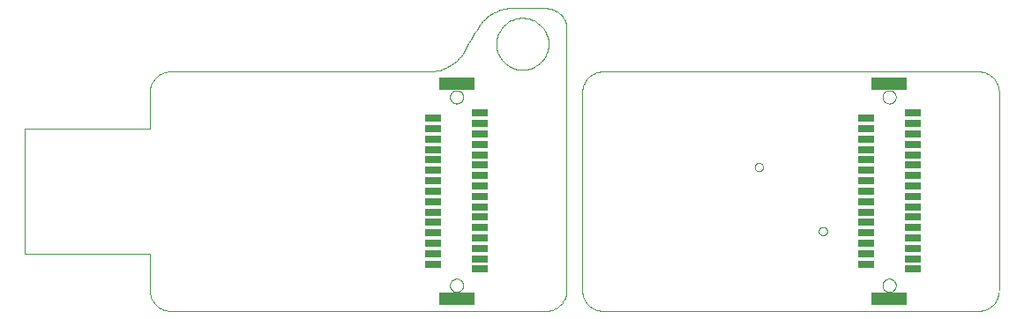
<source format=gbp>
G75*
%MOIN*%
%OFA0B0*%
%FSLAX25Y25*%
%IPPOS*%
%LPD*%
%AMOC8*
5,1,8,0,0,1.08239X$1,22.5*
%
%ADD10C,0.00394*%
%ADD11R,0.05906X0.02756*%
%ADD12R,0.13386X0.05118*%
%ADD13C,0.00000*%
D10*
X0059760Y0017852D02*
X0059360Y0018793D01*
X0059205Y0019287D01*
X0059100Y0019798D01*
X0058994Y0020310D01*
X0058939Y0020839D01*
X0058939Y0035160D01*
X0011695Y0035160D01*
X0011695Y0082404D01*
X0058939Y0082404D01*
X0058939Y0096725D01*
X0058994Y0097254D01*
X0059100Y0097765D01*
X0059205Y0098276D01*
X0059360Y0098770D01*
X0059760Y0099711D01*
X0060005Y0100159D01*
X0060288Y0100578D01*
X0060572Y0100997D01*
X0060895Y0101387D01*
X0061252Y0101744D01*
X0061609Y0102101D01*
X0061999Y0102424D01*
X0062418Y0102708D01*
X0062838Y0102991D01*
X0063285Y0103236D01*
X0064226Y0103636D01*
X0064720Y0103791D01*
X0065231Y0103897D01*
X0065743Y0104002D01*
X0066272Y0104057D01*
X0165750Y0104057D01*
X0166308Y0104105D01*
X0167439Y0104286D01*
X0168012Y0104419D01*
X0168585Y0104591D01*
X0169158Y0104762D01*
X0169731Y0104972D01*
X0170860Y0105460D01*
X0171416Y0105737D01*
X0171956Y0106043D01*
X0172495Y0106350D01*
X0173018Y0106685D01*
X0173517Y0107045D01*
X0174016Y0107405D01*
X0174489Y0107789D01*
X0175372Y0108597D01*
X0175780Y0109021D01*
X0176515Y0109899D01*
X0176841Y0110354D01*
X0177119Y0110818D01*
X0177895Y0112119D01*
X0178672Y0113420D01*
X0179448Y0114721D01*
X0180225Y0116022D01*
X0181002Y0117323D01*
X0181778Y0118624D01*
X0182555Y0119926D01*
X0183331Y0121227D01*
X0183609Y0121691D01*
X0183935Y0122146D01*
X0184303Y0122585D01*
X0184670Y0123024D01*
X0185078Y0123448D01*
X0185520Y0123852D01*
X0185961Y0124256D01*
X0186435Y0124640D01*
X0186933Y0125000D01*
X0187432Y0125360D01*
X0187955Y0125695D01*
X0188494Y0126002D01*
X0189034Y0126308D01*
X0189590Y0126585D01*
X0190719Y0127073D01*
X0191292Y0127283D01*
X0191865Y0127454D01*
X0192438Y0127626D01*
X0193011Y0127759D01*
X0193577Y0127850D01*
X0194142Y0127940D01*
X0194700Y0127988D01*
X0209087Y0127988D01*
X0209616Y0127932D01*
X0210127Y0127827D01*
X0210638Y0127722D01*
X0211132Y0127566D01*
X0211603Y0127366D01*
X0212073Y0127166D01*
X0212521Y0126922D01*
X0212940Y0126638D01*
X0213359Y0126354D01*
X0213749Y0126031D01*
X0214106Y0125675D01*
X0214463Y0125318D01*
X0214786Y0124927D01*
X0215070Y0124508D01*
X0215353Y0124089D01*
X0215598Y0123642D01*
X0215798Y0123171D01*
X0215998Y0122700D01*
X0216153Y0122207D01*
X0216259Y0121695D01*
X0216364Y0121184D01*
X0216419Y0120655D01*
X0216419Y0020839D01*
X0216364Y0020310D01*
X0216259Y0019798D01*
X0216153Y0019287D01*
X0215998Y0018793D01*
X0215798Y0018323D01*
X0215598Y0017852D01*
X0215353Y0017405D01*
X0215070Y0016985D01*
X0214786Y0016566D01*
X0214463Y0016176D01*
X0214106Y0015819D01*
X0213749Y0015462D01*
X0213359Y0015139D01*
X0212940Y0014855D01*
X0212521Y0014572D01*
X0212073Y0014327D01*
X0211603Y0014127D01*
X0211132Y0013927D01*
X0210638Y0013772D01*
X0210127Y0013667D01*
X0209616Y0013561D01*
X0209087Y0013506D01*
X0066272Y0013506D01*
X0065743Y0013561D01*
X0065231Y0013667D01*
X0064720Y0013772D01*
X0064226Y0013927D01*
X0063756Y0014127D01*
X0063285Y0014327D01*
X0062838Y0014572D01*
X0062418Y0014855D01*
X0061999Y0015139D01*
X0061609Y0015462D01*
X0061252Y0015819D01*
X0060895Y0016176D01*
X0060572Y0016566D01*
X0060288Y0016985D01*
X0060005Y0017405D01*
X0059760Y0017852D01*
X0222347Y0020839D02*
X0222403Y0020310D01*
X0222508Y0019798D01*
X0222614Y0019287D01*
X0222769Y0018793D01*
X0223169Y0017852D01*
X0223413Y0017405D01*
X0223697Y0016985D01*
X0223981Y0016566D01*
X0224304Y0016176D01*
X0225017Y0015462D01*
X0225408Y0015139D01*
X0225827Y0014855D01*
X0226246Y0014572D01*
X0226694Y0014327D01*
X0227635Y0013927D01*
X0228128Y0013772D01*
X0228640Y0013667D01*
X0229151Y0013561D01*
X0229680Y0013506D01*
X0372495Y0013506D01*
X0373024Y0013561D01*
X0373535Y0013667D01*
X0374047Y0013772D01*
X0374541Y0013927D01*
X0375482Y0014327D01*
X0375929Y0014572D01*
X0376348Y0014855D01*
X0376767Y0015139D01*
X0377158Y0015462D01*
X0377872Y0016176D01*
X0378195Y0016566D01*
X0378478Y0016985D01*
X0378762Y0017405D01*
X0379007Y0017852D01*
X0379206Y0018323D01*
X0379406Y0018793D01*
X0379562Y0019287D01*
X0379667Y0019798D01*
X0379772Y0020310D01*
X0379828Y0020839D01*
X0379828Y0021380D02*
X0379828Y0096725D01*
X0379772Y0097254D01*
X0379667Y0097765D01*
X0379562Y0098276D01*
X0379406Y0098770D01*
X0379206Y0099241D01*
X0379007Y0099711D01*
X0378762Y0100159D01*
X0378195Y0100997D01*
X0377872Y0101387D01*
X0377158Y0102101D01*
X0376767Y0102424D01*
X0376348Y0102708D01*
X0375929Y0102991D01*
X0375482Y0103236D01*
X0375011Y0103436D01*
X0374541Y0103636D01*
X0374047Y0103791D01*
X0373535Y0103897D01*
X0373024Y0104002D01*
X0372495Y0104057D01*
X0229680Y0104057D01*
X0229151Y0104002D01*
X0228640Y0103897D01*
X0228128Y0103791D01*
X0227635Y0103636D01*
X0227164Y0103436D01*
X0226694Y0103236D01*
X0226246Y0102991D01*
X0225827Y0102708D01*
X0225408Y0102424D01*
X0225017Y0102101D01*
X0224304Y0101387D01*
X0223981Y0100997D01*
X0223697Y0100578D01*
X0223413Y0100159D01*
X0223169Y0099711D01*
X0222969Y0099241D01*
X0222769Y0098770D01*
X0222614Y0098276D01*
X0222508Y0097765D01*
X0222403Y0097254D01*
X0222347Y0096725D01*
X0222347Y0020839D01*
X0202334Y0104946D02*
X0201693Y0104815D01*
X0201053Y0104684D01*
X0200389Y0104615D01*
X0199030Y0104615D01*
X0198367Y0104684D01*
X0197726Y0104815D01*
X0197085Y0104946D01*
X0196467Y0105139D01*
X0195879Y0105388D01*
X0195290Y0105637D01*
X0194730Y0105942D01*
X0194207Y0106296D01*
X0193683Y0106649D01*
X0193195Y0107052D01*
X0192305Y0107943D01*
X0191902Y0108430D01*
X0191548Y0108954D01*
X0191194Y0109478D01*
X0190890Y0110037D01*
X0190641Y0110626D01*
X0190392Y0111215D01*
X0190198Y0111833D01*
X0190067Y0112474D01*
X0189936Y0113114D01*
X0189867Y0113778D01*
X0189867Y0115137D01*
X0189936Y0115800D01*
X0190067Y0116441D01*
X0190198Y0117081D01*
X0190392Y0117700D01*
X0190641Y0118288D01*
X0190890Y0118877D01*
X0191194Y0119437D01*
X0191902Y0120484D01*
X0192305Y0120972D01*
X0192750Y0121417D01*
X0193195Y0121862D01*
X0193683Y0122265D01*
X0194207Y0122619D01*
X0194730Y0122972D01*
X0195290Y0123277D01*
X0195879Y0123526D01*
X0196467Y0123775D01*
X0197085Y0123969D01*
X0197726Y0124100D01*
X0198367Y0124231D01*
X0199030Y0124300D01*
X0200389Y0124300D01*
X0201053Y0124231D01*
X0202334Y0123969D01*
X0202952Y0123775D01*
X0203541Y0123526D01*
X0204130Y0123277D01*
X0204689Y0122972D01*
X0205736Y0122265D01*
X0206224Y0121862D01*
X0206669Y0121417D01*
X0207115Y0120972D01*
X0207517Y0120484D01*
X0208225Y0119437D01*
X0208530Y0118877D01*
X0208779Y0118288D01*
X0209028Y0117700D01*
X0209221Y0117081D01*
X0209483Y0115800D01*
X0209552Y0115137D01*
X0209552Y0113778D01*
X0209483Y0113114D01*
X0209352Y0112474D01*
X0209221Y0111833D01*
X0209028Y0111215D01*
X0208779Y0110626D01*
X0208530Y0110037D01*
X0208225Y0109478D01*
X0207871Y0108954D01*
X0207517Y0108430D01*
X0207115Y0107943D01*
X0206224Y0107052D01*
X0205736Y0106649D01*
X0204689Y0105942D01*
X0204130Y0105637D01*
X0203541Y0105388D01*
X0202952Y0105139D01*
X0202334Y0104946D01*
D11*
X0183692Y0088328D03*
X0183692Y0084391D03*
X0183692Y0080454D03*
X0183692Y0076517D03*
X0183692Y0072580D03*
X0183692Y0068643D03*
X0183692Y0064706D03*
X0183692Y0060769D03*
X0183692Y0056831D03*
X0183692Y0052894D03*
X0183692Y0048957D03*
X0183692Y0045020D03*
X0183692Y0041083D03*
X0183692Y0037146D03*
X0183692Y0033209D03*
X0183692Y0029272D03*
X0165975Y0031241D03*
X0165975Y0035178D03*
X0165975Y0039115D03*
X0165975Y0043052D03*
X0165975Y0046989D03*
X0165975Y0050926D03*
X0165975Y0054863D03*
X0165975Y0058800D03*
X0165975Y0062737D03*
X0165975Y0066674D03*
X0165975Y0070611D03*
X0165975Y0074548D03*
X0165975Y0078485D03*
X0165975Y0082422D03*
X0165975Y0086359D03*
X0329475Y0086359D03*
X0329475Y0082422D03*
X0329475Y0078485D03*
X0329475Y0074548D03*
X0329475Y0070611D03*
X0329475Y0066674D03*
X0329475Y0062737D03*
X0329475Y0058800D03*
X0329475Y0054863D03*
X0329475Y0050926D03*
X0329475Y0046989D03*
X0329475Y0043052D03*
X0329475Y0039115D03*
X0329475Y0035178D03*
X0329475Y0031241D03*
X0347192Y0033209D03*
X0347192Y0029272D03*
X0347192Y0037146D03*
X0347192Y0041083D03*
X0347192Y0045020D03*
X0347192Y0048957D03*
X0347192Y0052894D03*
X0347192Y0056831D03*
X0347192Y0060769D03*
X0347192Y0064706D03*
X0347192Y0068643D03*
X0347192Y0072580D03*
X0347192Y0076517D03*
X0347192Y0080454D03*
X0347192Y0084391D03*
X0347192Y0088328D03*
D12*
X0338333Y0099548D03*
X0174833Y0099548D03*
X0174833Y0018052D03*
X0338333Y0018052D03*
D13*
X0335833Y0023170D02*
X0335835Y0023269D01*
X0335841Y0023369D01*
X0335851Y0023468D01*
X0335865Y0023566D01*
X0335882Y0023664D01*
X0335904Y0023761D01*
X0335929Y0023857D01*
X0335958Y0023952D01*
X0335991Y0024046D01*
X0336028Y0024138D01*
X0336068Y0024229D01*
X0336112Y0024318D01*
X0336160Y0024406D01*
X0336211Y0024491D01*
X0336265Y0024574D01*
X0336322Y0024656D01*
X0336383Y0024734D01*
X0336447Y0024811D01*
X0336513Y0024884D01*
X0336583Y0024955D01*
X0336655Y0025023D01*
X0336730Y0025089D01*
X0336808Y0025151D01*
X0336888Y0025210D01*
X0336970Y0025266D01*
X0337054Y0025318D01*
X0337141Y0025367D01*
X0337229Y0025413D01*
X0337319Y0025455D01*
X0337411Y0025494D01*
X0337504Y0025529D01*
X0337598Y0025560D01*
X0337694Y0025587D01*
X0337791Y0025610D01*
X0337888Y0025630D01*
X0337986Y0025646D01*
X0338085Y0025658D01*
X0338184Y0025666D01*
X0338283Y0025670D01*
X0338383Y0025670D01*
X0338482Y0025666D01*
X0338581Y0025658D01*
X0338680Y0025646D01*
X0338778Y0025630D01*
X0338875Y0025610D01*
X0338972Y0025587D01*
X0339068Y0025560D01*
X0339162Y0025529D01*
X0339255Y0025494D01*
X0339347Y0025455D01*
X0339437Y0025413D01*
X0339525Y0025367D01*
X0339612Y0025318D01*
X0339696Y0025266D01*
X0339778Y0025210D01*
X0339858Y0025151D01*
X0339936Y0025089D01*
X0340011Y0025023D01*
X0340083Y0024955D01*
X0340153Y0024884D01*
X0340219Y0024811D01*
X0340283Y0024734D01*
X0340344Y0024656D01*
X0340401Y0024574D01*
X0340455Y0024491D01*
X0340506Y0024406D01*
X0340554Y0024318D01*
X0340598Y0024229D01*
X0340638Y0024138D01*
X0340675Y0024046D01*
X0340708Y0023952D01*
X0340737Y0023857D01*
X0340762Y0023761D01*
X0340784Y0023664D01*
X0340801Y0023566D01*
X0340815Y0023468D01*
X0340825Y0023369D01*
X0340831Y0023269D01*
X0340833Y0023170D01*
X0340831Y0023071D01*
X0340825Y0022971D01*
X0340815Y0022872D01*
X0340801Y0022774D01*
X0340784Y0022676D01*
X0340762Y0022579D01*
X0340737Y0022483D01*
X0340708Y0022388D01*
X0340675Y0022294D01*
X0340638Y0022202D01*
X0340598Y0022111D01*
X0340554Y0022022D01*
X0340506Y0021934D01*
X0340455Y0021849D01*
X0340401Y0021766D01*
X0340344Y0021684D01*
X0340283Y0021606D01*
X0340219Y0021529D01*
X0340153Y0021456D01*
X0340083Y0021385D01*
X0340011Y0021317D01*
X0339936Y0021251D01*
X0339858Y0021189D01*
X0339778Y0021130D01*
X0339696Y0021074D01*
X0339612Y0021022D01*
X0339525Y0020973D01*
X0339437Y0020927D01*
X0339347Y0020885D01*
X0339255Y0020846D01*
X0339162Y0020811D01*
X0339068Y0020780D01*
X0338972Y0020753D01*
X0338875Y0020730D01*
X0338778Y0020710D01*
X0338680Y0020694D01*
X0338581Y0020682D01*
X0338482Y0020674D01*
X0338383Y0020670D01*
X0338283Y0020670D01*
X0338184Y0020674D01*
X0338085Y0020682D01*
X0337986Y0020694D01*
X0337888Y0020710D01*
X0337791Y0020730D01*
X0337694Y0020753D01*
X0337598Y0020780D01*
X0337504Y0020811D01*
X0337411Y0020846D01*
X0337319Y0020885D01*
X0337229Y0020927D01*
X0337141Y0020973D01*
X0337054Y0021022D01*
X0336970Y0021074D01*
X0336888Y0021130D01*
X0336808Y0021189D01*
X0336730Y0021251D01*
X0336655Y0021317D01*
X0336583Y0021385D01*
X0336513Y0021456D01*
X0336447Y0021529D01*
X0336383Y0021606D01*
X0336322Y0021684D01*
X0336265Y0021766D01*
X0336211Y0021849D01*
X0336160Y0021934D01*
X0336112Y0022022D01*
X0336068Y0022111D01*
X0336028Y0022202D01*
X0335991Y0022294D01*
X0335958Y0022388D01*
X0335929Y0022483D01*
X0335904Y0022579D01*
X0335882Y0022676D01*
X0335865Y0022774D01*
X0335851Y0022872D01*
X0335841Y0022971D01*
X0335835Y0023071D01*
X0335833Y0023170D01*
X0311717Y0043646D02*
X0311719Y0043725D01*
X0311725Y0043804D01*
X0311735Y0043883D01*
X0311749Y0043961D01*
X0311766Y0044038D01*
X0311788Y0044114D01*
X0311813Y0044189D01*
X0311843Y0044262D01*
X0311875Y0044334D01*
X0311912Y0044405D01*
X0311952Y0044473D01*
X0311995Y0044539D01*
X0312041Y0044603D01*
X0312091Y0044665D01*
X0312144Y0044724D01*
X0312199Y0044780D01*
X0312258Y0044834D01*
X0312319Y0044884D01*
X0312382Y0044932D01*
X0312448Y0044976D01*
X0312516Y0045017D01*
X0312586Y0045054D01*
X0312657Y0045088D01*
X0312731Y0045118D01*
X0312805Y0045144D01*
X0312881Y0045166D01*
X0312958Y0045185D01*
X0313036Y0045200D01*
X0313114Y0045211D01*
X0313193Y0045218D01*
X0313272Y0045221D01*
X0313351Y0045220D01*
X0313430Y0045215D01*
X0313509Y0045206D01*
X0313587Y0045193D01*
X0313664Y0045176D01*
X0313741Y0045156D01*
X0313816Y0045131D01*
X0313890Y0045103D01*
X0313963Y0045071D01*
X0314033Y0045036D01*
X0314102Y0044997D01*
X0314169Y0044954D01*
X0314234Y0044908D01*
X0314296Y0044860D01*
X0314356Y0044808D01*
X0314413Y0044753D01*
X0314467Y0044695D01*
X0314518Y0044635D01*
X0314566Y0044572D01*
X0314611Y0044507D01*
X0314653Y0044439D01*
X0314691Y0044370D01*
X0314725Y0044299D01*
X0314756Y0044226D01*
X0314784Y0044151D01*
X0314807Y0044076D01*
X0314827Y0043999D01*
X0314843Y0043922D01*
X0314855Y0043843D01*
X0314863Y0043765D01*
X0314867Y0043686D01*
X0314867Y0043606D01*
X0314863Y0043527D01*
X0314855Y0043449D01*
X0314843Y0043370D01*
X0314827Y0043293D01*
X0314807Y0043216D01*
X0314784Y0043141D01*
X0314756Y0043066D01*
X0314725Y0042993D01*
X0314691Y0042922D01*
X0314653Y0042853D01*
X0314611Y0042785D01*
X0314566Y0042720D01*
X0314518Y0042657D01*
X0314467Y0042597D01*
X0314413Y0042539D01*
X0314356Y0042484D01*
X0314296Y0042432D01*
X0314234Y0042384D01*
X0314169Y0042338D01*
X0314102Y0042295D01*
X0314033Y0042256D01*
X0313963Y0042221D01*
X0313890Y0042189D01*
X0313816Y0042161D01*
X0313741Y0042136D01*
X0313664Y0042116D01*
X0313587Y0042099D01*
X0313509Y0042086D01*
X0313430Y0042077D01*
X0313351Y0042072D01*
X0313272Y0042071D01*
X0313193Y0042074D01*
X0313114Y0042081D01*
X0313036Y0042092D01*
X0312958Y0042107D01*
X0312881Y0042126D01*
X0312805Y0042148D01*
X0312731Y0042174D01*
X0312657Y0042204D01*
X0312586Y0042238D01*
X0312516Y0042275D01*
X0312448Y0042316D01*
X0312382Y0042360D01*
X0312319Y0042408D01*
X0312258Y0042458D01*
X0312199Y0042512D01*
X0312144Y0042568D01*
X0312091Y0042627D01*
X0312041Y0042689D01*
X0311995Y0042753D01*
X0311952Y0042819D01*
X0311912Y0042887D01*
X0311875Y0042958D01*
X0311843Y0043030D01*
X0311813Y0043103D01*
X0311788Y0043178D01*
X0311766Y0043254D01*
X0311749Y0043331D01*
X0311735Y0043409D01*
X0311725Y0043488D01*
X0311719Y0043567D01*
X0311717Y0043646D01*
X0287504Y0067858D02*
X0287506Y0067937D01*
X0287512Y0068016D01*
X0287522Y0068095D01*
X0287536Y0068173D01*
X0287553Y0068250D01*
X0287575Y0068326D01*
X0287600Y0068401D01*
X0287630Y0068474D01*
X0287662Y0068546D01*
X0287699Y0068617D01*
X0287739Y0068685D01*
X0287782Y0068751D01*
X0287828Y0068815D01*
X0287878Y0068877D01*
X0287931Y0068936D01*
X0287986Y0068992D01*
X0288045Y0069046D01*
X0288106Y0069096D01*
X0288169Y0069144D01*
X0288235Y0069188D01*
X0288303Y0069229D01*
X0288373Y0069266D01*
X0288444Y0069300D01*
X0288518Y0069330D01*
X0288592Y0069356D01*
X0288668Y0069378D01*
X0288745Y0069397D01*
X0288823Y0069412D01*
X0288901Y0069423D01*
X0288980Y0069430D01*
X0289059Y0069433D01*
X0289138Y0069432D01*
X0289217Y0069427D01*
X0289296Y0069418D01*
X0289374Y0069405D01*
X0289451Y0069388D01*
X0289528Y0069368D01*
X0289603Y0069343D01*
X0289677Y0069315D01*
X0289750Y0069283D01*
X0289820Y0069248D01*
X0289889Y0069209D01*
X0289956Y0069166D01*
X0290021Y0069120D01*
X0290083Y0069072D01*
X0290143Y0069020D01*
X0290200Y0068965D01*
X0290254Y0068907D01*
X0290305Y0068847D01*
X0290353Y0068784D01*
X0290398Y0068719D01*
X0290440Y0068651D01*
X0290478Y0068582D01*
X0290512Y0068511D01*
X0290543Y0068438D01*
X0290571Y0068363D01*
X0290594Y0068288D01*
X0290614Y0068211D01*
X0290630Y0068134D01*
X0290642Y0068055D01*
X0290650Y0067977D01*
X0290654Y0067898D01*
X0290654Y0067818D01*
X0290650Y0067739D01*
X0290642Y0067661D01*
X0290630Y0067582D01*
X0290614Y0067505D01*
X0290594Y0067428D01*
X0290571Y0067353D01*
X0290543Y0067278D01*
X0290512Y0067205D01*
X0290478Y0067134D01*
X0290440Y0067065D01*
X0290398Y0066997D01*
X0290353Y0066932D01*
X0290305Y0066869D01*
X0290254Y0066809D01*
X0290200Y0066751D01*
X0290143Y0066696D01*
X0290083Y0066644D01*
X0290021Y0066596D01*
X0289956Y0066550D01*
X0289889Y0066507D01*
X0289820Y0066468D01*
X0289750Y0066433D01*
X0289677Y0066401D01*
X0289603Y0066373D01*
X0289528Y0066348D01*
X0289451Y0066328D01*
X0289374Y0066311D01*
X0289296Y0066298D01*
X0289217Y0066289D01*
X0289138Y0066284D01*
X0289059Y0066283D01*
X0288980Y0066286D01*
X0288901Y0066293D01*
X0288823Y0066304D01*
X0288745Y0066319D01*
X0288668Y0066338D01*
X0288592Y0066360D01*
X0288518Y0066386D01*
X0288444Y0066416D01*
X0288373Y0066450D01*
X0288303Y0066487D01*
X0288235Y0066528D01*
X0288169Y0066572D01*
X0288106Y0066620D01*
X0288045Y0066670D01*
X0287986Y0066724D01*
X0287931Y0066780D01*
X0287878Y0066839D01*
X0287828Y0066901D01*
X0287782Y0066965D01*
X0287739Y0067031D01*
X0287699Y0067099D01*
X0287662Y0067170D01*
X0287630Y0067242D01*
X0287600Y0067315D01*
X0287575Y0067390D01*
X0287553Y0067466D01*
X0287536Y0067543D01*
X0287522Y0067621D01*
X0287512Y0067700D01*
X0287506Y0067779D01*
X0287504Y0067858D01*
X0335833Y0094430D02*
X0335835Y0094529D01*
X0335841Y0094629D01*
X0335851Y0094728D01*
X0335865Y0094826D01*
X0335882Y0094924D01*
X0335904Y0095021D01*
X0335929Y0095117D01*
X0335958Y0095212D01*
X0335991Y0095306D01*
X0336028Y0095398D01*
X0336068Y0095489D01*
X0336112Y0095578D01*
X0336160Y0095666D01*
X0336211Y0095751D01*
X0336265Y0095834D01*
X0336322Y0095916D01*
X0336383Y0095994D01*
X0336447Y0096071D01*
X0336513Y0096144D01*
X0336583Y0096215D01*
X0336655Y0096283D01*
X0336730Y0096349D01*
X0336808Y0096411D01*
X0336888Y0096470D01*
X0336970Y0096526D01*
X0337054Y0096578D01*
X0337141Y0096627D01*
X0337229Y0096673D01*
X0337319Y0096715D01*
X0337411Y0096754D01*
X0337504Y0096789D01*
X0337598Y0096820D01*
X0337694Y0096847D01*
X0337791Y0096870D01*
X0337888Y0096890D01*
X0337986Y0096906D01*
X0338085Y0096918D01*
X0338184Y0096926D01*
X0338283Y0096930D01*
X0338383Y0096930D01*
X0338482Y0096926D01*
X0338581Y0096918D01*
X0338680Y0096906D01*
X0338778Y0096890D01*
X0338875Y0096870D01*
X0338972Y0096847D01*
X0339068Y0096820D01*
X0339162Y0096789D01*
X0339255Y0096754D01*
X0339347Y0096715D01*
X0339437Y0096673D01*
X0339525Y0096627D01*
X0339612Y0096578D01*
X0339696Y0096526D01*
X0339778Y0096470D01*
X0339858Y0096411D01*
X0339936Y0096349D01*
X0340011Y0096283D01*
X0340083Y0096215D01*
X0340153Y0096144D01*
X0340219Y0096071D01*
X0340283Y0095994D01*
X0340344Y0095916D01*
X0340401Y0095834D01*
X0340455Y0095751D01*
X0340506Y0095666D01*
X0340554Y0095578D01*
X0340598Y0095489D01*
X0340638Y0095398D01*
X0340675Y0095306D01*
X0340708Y0095212D01*
X0340737Y0095117D01*
X0340762Y0095021D01*
X0340784Y0094924D01*
X0340801Y0094826D01*
X0340815Y0094728D01*
X0340825Y0094629D01*
X0340831Y0094529D01*
X0340833Y0094430D01*
X0340831Y0094331D01*
X0340825Y0094231D01*
X0340815Y0094132D01*
X0340801Y0094034D01*
X0340784Y0093936D01*
X0340762Y0093839D01*
X0340737Y0093743D01*
X0340708Y0093648D01*
X0340675Y0093554D01*
X0340638Y0093462D01*
X0340598Y0093371D01*
X0340554Y0093282D01*
X0340506Y0093194D01*
X0340455Y0093109D01*
X0340401Y0093026D01*
X0340344Y0092944D01*
X0340283Y0092866D01*
X0340219Y0092789D01*
X0340153Y0092716D01*
X0340083Y0092645D01*
X0340011Y0092577D01*
X0339936Y0092511D01*
X0339858Y0092449D01*
X0339778Y0092390D01*
X0339696Y0092334D01*
X0339612Y0092282D01*
X0339525Y0092233D01*
X0339437Y0092187D01*
X0339347Y0092145D01*
X0339255Y0092106D01*
X0339162Y0092071D01*
X0339068Y0092040D01*
X0338972Y0092013D01*
X0338875Y0091990D01*
X0338778Y0091970D01*
X0338680Y0091954D01*
X0338581Y0091942D01*
X0338482Y0091934D01*
X0338383Y0091930D01*
X0338283Y0091930D01*
X0338184Y0091934D01*
X0338085Y0091942D01*
X0337986Y0091954D01*
X0337888Y0091970D01*
X0337791Y0091990D01*
X0337694Y0092013D01*
X0337598Y0092040D01*
X0337504Y0092071D01*
X0337411Y0092106D01*
X0337319Y0092145D01*
X0337229Y0092187D01*
X0337141Y0092233D01*
X0337054Y0092282D01*
X0336970Y0092334D01*
X0336888Y0092390D01*
X0336808Y0092449D01*
X0336730Y0092511D01*
X0336655Y0092577D01*
X0336583Y0092645D01*
X0336513Y0092716D01*
X0336447Y0092789D01*
X0336383Y0092866D01*
X0336322Y0092944D01*
X0336265Y0093026D01*
X0336211Y0093109D01*
X0336160Y0093194D01*
X0336112Y0093282D01*
X0336068Y0093371D01*
X0336028Y0093462D01*
X0335991Y0093554D01*
X0335958Y0093648D01*
X0335929Y0093743D01*
X0335904Y0093839D01*
X0335882Y0093936D01*
X0335865Y0094034D01*
X0335851Y0094132D01*
X0335841Y0094231D01*
X0335835Y0094331D01*
X0335833Y0094430D01*
X0172333Y0094430D02*
X0172335Y0094529D01*
X0172341Y0094629D01*
X0172351Y0094728D01*
X0172365Y0094826D01*
X0172382Y0094924D01*
X0172404Y0095021D01*
X0172429Y0095117D01*
X0172458Y0095212D01*
X0172491Y0095306D01*
X0172528Y0095398D01*
X0172568Y0095489D01*
X0172612Y0095578D01*
X0172660Y0095666D01*
X0172711Y0095751D01*
X0172765Y0095834D01*
X0172822Y0095916D01*
X0172883Y0095994D01*
X0172947Y0096071D01*
X0173013Y0096144D01*
X0173083Y0096215D01*
X0173155Y0096283D01*
X0173230Y0096349D01*
X0173308Y0096411D01*
X0173388Y0096470D01*
X0173470Y0096526D01*
X0173554Y0096578D01*
X0173641Y0096627D01*
X0173729Y0096673D01*
X0173819Y0096715D01*
X0173911Y0096754D01*
X0174004Y0096789D01*
X0174098Y0096820D01*
X0174194Y0096847D01*
X0174291Y0096870D01*
X0174388Y0096890D01*
X0174486Y0096906D01*
X0174585Y0096918D01*
X0174684Y0096926D01*
X0174783Y0096930D01*
X0174883Y0096930D01*
X0174982Y0096926D01*
X0175081Y0096918D01*
X0175180Y0096906D01*
X0175278Y0096890D01*
X0175375Y0096870D01*
X0175472Y0096847D01*
X0175568Y0096820D01*
X0175662Y0096789D01*
X0175755Y0096754D01*
X0175847Y0096715D01*
X0175937Y0096673D01*
X0176025Y0096627D01*
X0176112Y0096578D01*
X0176196Y0096526D01*
X0176278Y0096470D01*
X0176358Y0096411D01*
X0176436Y0096349D01*
X0176511Y0096283D01*
X0176583Y0096215D01*
X0176653Y0096144D01*
X0176719Y0096071D01*
X0176783Y0095994D01*
X0176844Y0095916D01*
X0176901Y0095834D01*
X0176955Y0095751D01*
X0177006Y0095666D01*
X0177054Y0095578D01*
X0177098Y0095489D01*
X0177138Y0095398D01*
X0177175Y0095306D01*
X0177208Y0095212D01*
X0177237Y0095117D01*
X0177262Y0095021D01*
X0177284Y0094924D01*
X0177301Y0094826D01*
X0177315Y0094728D01*
X0177325Y0094629D01*
X0177331Y0094529D01*
X0177333Y0094430D01*
X0177331Y0094331D01*
X0177325Y0094231D01*
X0177315Y0094132D01*
X0177301Y0094034D01*
X0177284Y0093936D01*
X0177262Y0093839D01*
X0177237Y0093743D01*
X0177208Y0093648D01*
X0177175Y0093554D01*
X0177138Y0093462D01*
X0177098Y0093371D01*
X0177054Y0093282D01*
X0177006Y0093194D01*
X0176955Y0093109D01*
X0176901Y0093026D01*
X0176844Y0092944D01*
X0176783Y0092866D01*
X0176719Y0092789D01*
X0176653Y0092716D01*
X0176583Y0092645D01*
X0176511Y0092577D01*
X0176436Y0092511D01*
X0176358Y0092449D01*
X0176278Y0092390D01*
X0176196Y0092334D01*
X0176112Y0092282D01*
X0176025Y0092233D01*
X0175937Y0092187D01*
X0175847Y0092145D01*
X0175755Y0092106D01*
X0175662Y0092071D01*
X0175568Y0092040D01*
X0175472Y0092013D01*
X0175375Y0091990D01*
X0175278Y0091970D01*
X0175180Y0091954D01*
X0175081Y0091942D01*
X0174982Y0091934D01*
X0174883Y0091930D01*
X0174783Y0091930D01*
X0174684Y0091934D01*
X0174585Y0091942D01*
X0174486Y0091954D01*
X0174388Y0091970D01*
X0174291Y0091990D01*
X0174194Y0092013D01*
X0174098Y0092040D01*
X0174004Y0092071D01*
X0173911Y0092106D01*
X0173819Y0092145D01*
X0173729Y0092187D01*
X0173641Y0092233D01*
X0173554Y0092282D01*
X0173470Y0092334D01*
X0173388Y0092390D01*
X0173308Y0092449D01*
X0173230Y0092511D01*
X0173155Y0092577D01*
X0173083Y0092645D01*
X0173013Y0092716D01*
X0172947Y0092789D01*
X0172883Y0092866D01*
X0172822Y0092944D01*
X0172765Y0093026D01*
X0172711Y0093109D01*
X0172660Y0093194D01*
X0172612Y0093282D01*
X0172568Y0093371D01*
X0172528Y0093462D01*
X0172491Y0093554D01*
X0172458Y0093648D01*
X0172429Y0093743D01*
X0172404Y0093839D01*
X0172382Y0093936D01*
X0172365Y0094034D01*
X0172351Y0094132D01*
X0172341Y0094231D01*
X0172335Y0094331D01*
X0172333Y0094430D01*
X0172333Y0023170D02*
X0172335Y0023269D01*
X0172341Y0023369D01*
X0172351Y0023468D01*
X0172365Y0023566D01*
X0172382Y0023664D01*
X0172404Y0023761D01*
X0172429Y0023857D01*
X0172458Y0023952D01*
X0172491Y0024046D01*
X0172528Y0024138D01*
X0172568Y0024229D01*
X0172612Y0024318D01*
X0172660Y0024406D01*
X0172711Y0024491D01*
X0172765Y0024574D01*
X0172822Y0024656D01*
X0172883Y0024734D01*
X0172947Y0024811D01*
X0173013Y0024884D01*
X0173083Y0024955D01*
X0173155Y0025023D01*
X0173230Y0025089D01*
X0173308Y0025151D01*
X0173388Y0025210D01*
X0173470Y0025266D01*
X0173554Y0025318D01*
X0173641Y0025367D01*
X0173729Y0025413D01*
X0173819Y0025455D01*
X0173911Y0025494D01*
X0174004Y0025529D01*
X0174098Y0025560D01*
X0174194Y0025587D01*
X0174291Y0025610D01*
X0174388Y0025630D01*
X0174486Y0025646D01*
X0174585Y0025658D01*
X0174684Y0025666D01*
X0174783Y0025670D01*
X0174883Y0025670D01*
X0174982Y0025666D01*
X0175081Y0025658D01*
X0175180Y0025646D01*
X0175278Y0025630D01*
X0175375Y0025610D01*
X0175472Y0025587D01*
X0175568Y0025560D01*
X0175662Y0025529D01*
X0175755Y0025494D01*
X0175847Y0025455D01*
X0175937Y0025413D01*
X0176025Y0025367D01*
X0176112Y0025318D01*
X0176196Y0025266D01*
X0176278Y0025210D01*
X0176358Y0025151D01*
X0176436Y0025089D01*
X0176511Y0025023D01*
X0176583Y0024955D01*
X0176653Y0024884D01*
X0176719Y0024811D01*
X0176783Y0024734D01*
X0176844Y0024656D01*
X0176901Y0024574D01*
X0176955Y0024491D01*
X0177006Y0024406D01*
X0177054Y0024318D01*
X0177098Y0024229D01*
X0177138Y0024138D01*
X0177175Y0024046D01*
X0177208Y0023952D01*
X0177237Y0023857D01*
X0177262Y0023761D01*
X0177284Y0023664D01*
X0177301Y0023566D01*
X0177315Y0023468D01*
X0177325Y0023369D01*
X0177331Y0023269D01*
X0177333Y0023170D01*
X0177331Y0023071D01*
X0177325Y0022971D01*
X0177315Y0022872D01*
X0177301Y0022774D01*
X0177284Y0022676D01*
X0177262Y0022579D01*
X0177237Y0022483D01*
X0177208Y0022388D01*
X0177175Y0022294D01*
X0177138Y0022202D01*
X0177098Y0022111D01*
X0177054Y0022022D01*
X0177006Y0021934D01*
X0176955Y0021849D01*
X0176901Y0021766D01*
X0176844Y0021684D01*
X0176783Y0021606D01*
X0176719Y0021529D01*
X0176653Y0021456D01*
X0176583Y0021385D01*
X0176511Y0021317D01*
X0176436Y0021251D01*
X0176358Y0021189D01*
X0176278Y0021130D01*
X0176196Y0021074D01*
X0176112Y0021022D01*
X0176025Y0020973D01*
X0175937Y0020927D01*
X0175847Y0020885D01*
X0175755Y0020846D01*
X0175662Y0020811D01*
X0175568Y0020780D01*
X0175472Y0020753D01*
X0175375Y0020730D01*
X0175278Y0020710D01*
X0175180Y0020694D01*
X0175081Y0020682D01*
X0174982Y0020674D01*
X0174883Y0020670D01*
X0174783Y0020670D01*
X0174684Y0020674D01*
X0174585Y0020682D01*
X0174486Y0020694D01*
X0174388Y0020710D01*
X0174291Y0020730D01*
X0174194Y0020753D01*
X0174098Y0020780D01*
X0174004Y0020811D01*
X0173911Y0020846D01*
X0173819Y0020885D01*
X0173729Y0020927D01*
X0173641Y0020973D01*
X0173554Y0021022D01*
X0173470Y0021074D01*
X0173388Y0021130D01*
X0173308Y0021189D01*
X0173230Y0021251D01*
X0173155Y0021317D01*
X0173083Y0021385D01*
X0173013Y0021456D01*
X0172947Y0021529D01*
X0172883Y0021606D01*
X0172822Y0021684D01*
X0172765Y0021766D01*
X0172711Y0021849D01*
X0172660Y0021934D01*
X0172612Y0022022D01*
X0172568Y0022111D01*
X0172528Y0022202D01*
X0172491Y0022294D01*
X0172458Y0022388D01*
X0172429Y0022483D01*
X0172404Y0022579D01*
X0172382Y0022676D01*
X0172365Y0022774D01*
X0172351Y0022872D01*
X0172341Y0022971D01*
X0172335Y0023071D01*
X0172333Y0023170D01*
M02*

</source>
